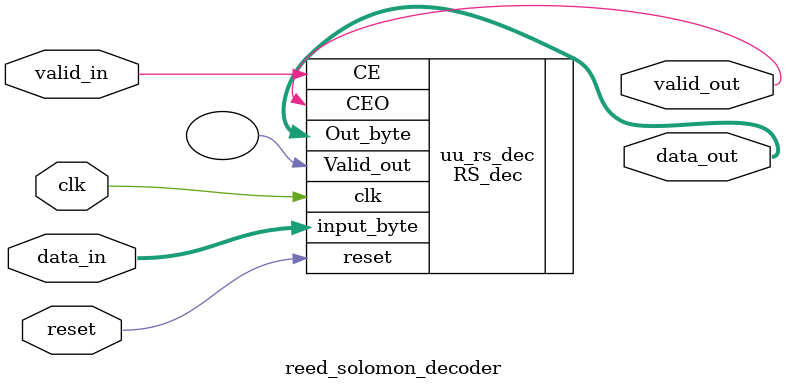
<source format=sv>

module reed_solomon_decoder
(
  input  logic       clk,
  input  logic       reset,
  input  logic [7:0] data_in,
  input  logic       valid_in,
  output logic [7:0] data_out,
  output logic       valid_out
);

  RS_dec  uu_rs_dec
  (
    .clk        (clk),
    .reset      (reset),
    .input_byte (data_in),
    .CE         (valid_in),
    .Out_byte   (data_out),
    .CEO        (valid_out),
    .Valid_out  ()
  );

endmodule : reed_solomon_decoder


</source>
